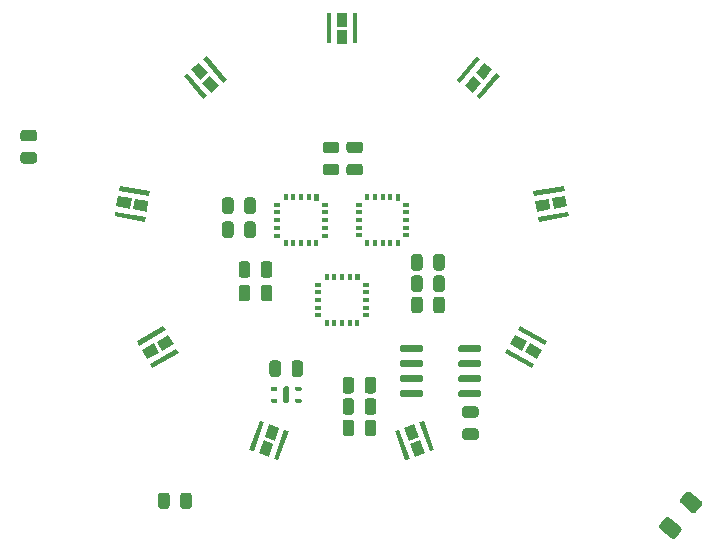
<source format=gbr>
%TF.GenerationSoftware,KiCad,Pcbnew,5.1.6+dfsg1-1*%
%TF.CreationDate,2020-08-08T17:15:22+09:00*%
%TF.ProjectId,portable_spectro_sch,706f7274-6162-46c6-955f-737065637472,rev?*%
%TF.SameCoordinates,Original*%
%TF.FileFunction,Paste,Bot*%
%TF.FilePolarity,Positive*%
%FSLAX46Y46*%
G04 Gerber Fmt 4.6, Leading zero omitted, Abs format (unit mm)*
G04 Created by KiCad (PCBNEW 5.1.6+dfsg1-1) date 2020-08-08 17:15:22*
%MOMM*%
%LPD*%
G01*
G04 APERTURE LIST*
%ADD10C,0.100000*%
%ADD11R,0.900000X1.150000*%
%ADD12R,0.400000X2.600000*%
%ADD13R,0.400000X0.550000*%
%ADD14R,0.550000X0.400000*%
G04 APERTURE END LIST*
D10*
%TO.C,D3*%
G36*
X226848235Y-87704491D02*
G01*
X227241558Y-88785137D01*
X226395835Y-89092955D01*
X226002512Y-88012309D01*
X226848235Y-87704491D01*
G37*
G36*
X227344165Y-89067045D02*
G01*
X227737488Y-90147691D01*
X226891765Y-90455509D01*
X226498442Y-89374863D01*
X227344165Y-89067045D01*
G37*
G36*
X227646974Y-87413774D02*
G01*
X228536227Y-89856974D01*
X228160350Y-89993782D01*
X227271097Y-87550582D01*
X227646974Y-87413774D01*
G37*
G36*
X225579650Y-88166218D02*
G01*
X226468903Y-90609418D01*
X226093026Y-90746226D01*
X225203773Y-88303026D01*
X225579650Y-88166218D01*
G37*
%TD*%
%TO.C,D10*%
G36*
X209630904Y-59655112D02*
G01*
X208891698Y-58774161D01*
X209581138Y-58195652D01*
X210320344Y-59076603D01*
X209630904Y-59655112D01*
G37*
G36*
X208698862Y-58544348D02*
G01*
X207959656Y-57663397D01*
X208649096Y-57084888D01*
X209388302Y-57965839D01*
X208698862Y-58544348D01*
G37*
G36*
X208979766Y-60201481D02*
G01*
X207308518Y-58209766D01*
X207614936Y-57952651D01*
X209286184Y-59944366D01*
X208979766Y-60201481D01*
G37*
G36*
X210665064Y-58787349D02*
G01*
X208993816Y-56795634D01*
X209300234Y-56538519D01*
X210971482Y-58530234D01*
X210665064Y-58787349D01*
G37*
%TD*%
%TO.C,D4*%
G36*
X237081608Y-68812579D02*
G01*
X238214137Y-68612884D01*
X238370420Y-69499211D01*
X237237891Y-69698906D01*
X237081608Y-68812579D01*
G37*
G36*
X238509580Y-68560789D02*
G01*
X239642109Y-68361094D01*
X239798392Y-69247421D01*
X238665863Y-69447116D01*
X238509580Y-68560789D01*
G37*
G36*
X236934007Y-67975492D02*
G01*
X239494507Y-67524007D01*
X239563967Y-67917930D01*
X237003467Y-68369415D01*
X236934007Y-67975492D01*
G37*
G36*
X237316033Y-70142070D02*
G01*
X239876533Y-69690585D01*
X239945993Y-70084508D01*
X237385493Y-70535993D01*
X237316033Y-70142070D01*
G37*
%TD*%
%TO.C,D7*%
G36*
X231099656Y-59076603D02*
G01*
X231838862Y-58195652D01*
X232528302Y-58774161D01*
X231789096Y-59655112D01*
X231099656Y-59076603D01*
G37*
G36*
X232031698Y-57965839D02*
G01*
X232770904Y-57084888D01*
X233460344Y-57663397D01*
X232721138Y-58544348D01*
X232031698Y-57965839D01*
G37*
G36*
X230448518Y-58530234D02*
G01*
X232119766Y-56538519D01*
X232426184Y-56795634D01*
X230754936Y-58787349D01*
X230448518Y-58530234D01*
G37*
G36*
X232133816Y-59944366D02*
G01*
X233805064Y-57952651D01*
X234111482Y-58209766D01*
X232440234Y-60201481D01*
X232133816Y-59944366D01*
G37*
%TD*%
%TO.C,D5*%
G36*
X215420334Y-88007536D02*
G01*
X215027011Y-89088182D01*
X214181288Y-88780364D01*
X214574611Y-87699718D01*
X215420334Y-88007536D01*
G37*
G36*
X214924404Y-89370090D02*
G01*
X214531081Y-90450736D01*
X213685358Y-90142918D01*
X214078681Y-89062272D01*
X214924404Y-89370090D01*
G37*
G36*
X216219073Y-88298253D02*
G01*
X215329820Y-90741453D01*
X214953943Y-90604645D01*
X215843196Y-88161445D01*
X216219073Y-88298253D01*
G37*
G36*
X214151749Y-87545809D02*
G01*
X213262496Y-89989009D01*
X212886619Y-89852201D01*
X213775872Y-87409001D01*
X214151749Y-87545809D01*
G37*
%TD*%
%TO.C,D8*%
G36*
X204182109Y-69698906D02*
G01*
X203049580Y-69499211D01*
X203205863Y-68612884D01*
X204338392Y-68812579D01*
X204182109Y-69698906D01*
G37*
G36*
X202754137Y-69447116D02*
G01*
X201621608Y-69247421D01*
X201777891Y-68361094D01*
X202910420Y-68560789D01*
X202754137Y-69447116D01*
G37*
G36*
X204034507Y-70535993D02*
G01*
X201474007Y-70084508D01*
X201543467Y-69690585D01*
X204103967Y-70142070D01*
X204034507Y-70535993D01*
G37*
G36*
X204416533Y-68369415D02*
G01*
X201856033Y-67917930D01*
X201925493Y-67524007D01*
X204485993Y-67975492D01*
X204416533Y-68369415D01*
G37*
%TD*%
%TO.C,D2*%
G36*
X235401299Y-80117789D02*
G01*
X236397229Y-80692789D01*
X235947229Y-81472211D01*
X234951299Y-80897211D01*
X235401299Y-80117789D01*
G37*
G36*
X236657035Y-80842789D02*
G01*
X237652965Y-81417789D01*
X237202965Y-82197211D01*
X236207035Y-81622211D01*
X236657035Y-80842789D01*
G37*
G36*
X235826299Y-79381667D02*
G01*
X238077965Y-80681667D01*
X237877965Y-81028077D01*
X235626299Y-79728077D01*
X235826299Y-79381667D01*
G37*
G36*
X234726299Y-81286923D02*
G01*
X236977965Y-82586923D01*
X236777965Y-82933333D01*
X234526299Y-81633333D01*
X234726299Y-81286923D01*
G37*
%TD*%
D11*
%TO.C,D9*%
X220710000Y-54885000D03*
X220710000Y-53435000D03*
D12*
X219610000Y-54160000D03*
X221810000Y-54160000D03*
%TD*%
D10*
%TO.C,D6*%
G36*
X206470833Y-80902339D02*
G01*
X205474903Y-81477339D01*
X205024903Y-80697917D01*
X206020833Y-80122917D01*
X206470833Y-80902339D01*
G37*
G36*
X205215097Y-81627339D02*
G01*
X204219167Y-82202339D01*
X203769167Y-81422917D01*
X204765097Y-80847917D01*
X205215097Y-81627339D01*
G37*
G36*
X206895833Y-81638461D02*
G01*
X204644167Y-82938461D01*
X204444167Y-82592051D01*
X206695833Y-81292051D01*
X206895833Y-81638461D01*
G37*
G36*
X205795833Y-79733205D02*
G01*
X203544167Y-81033205D01*
X203344167Y-80686795D01*
X205595833Y-79386795D01*
X205795833Y-79733205D01*
G37*
%TD*%
%TO.C,C25*%
G36*
G01*
X232056250Y-89025000D02*
X231143750Y-89025000D01*
G75*
G02*
X230900000Y-88781250I0J243750D01*
G01*
X230900000Y-88293750D01*
G75*
G02*
X231143750Y-88050000I243750J0D01*
G01*
X232056250Y-88050000D01*
G75*
G02*
X232300000Y-88293750I0J-243750D01*
G01*
X232300000Y-88781250D01*
G75*
G02*
X232056250Y-89025000I-243750J0D01*
G01*
G37*
G36*
G01*
X232056250Y-87150000D02*
X231143750Y-87150000D01*
G75*
G02*
X230900000Y-86906250I0J243750D01*
G01*
X230900000Y-86418750D01*
G75*
G02*
X231143750Y-86175000I243750J0D01*
G01*
X232056250Y-86175000D01*
G75*
G02*
X232300000Y-86418750I0J-243750D01*
G01*
X232300000Y-86906250D01*
G75*
G02*
X232056250Y-87150000I-243750J0D01*
G01*
G37*
%TD*%
%TO.C,R22*%
G36*
G01*
X222650000Y-88456250D02*
X222650000Y-87543750D01*
G75*
G02*
X222893750Y-87300000I243750J0D01*
G01*
X223381250Y-87300000D01*
G75*
G02*
X223625000Y-87543750I0J-243750D01*
G01*
X223625000Y-88456250D01*
G75*
G02*
X223381250Y-88700000I-243750J0D01*
G01*
X222893750Y-88700000D01*
G75*
G02*
X222650000Y-88456250I0J243750D01*
G01*
G37*
G36*
G01*
X220775000Y-88456250D02*
X220775000Y-87543750D01*
G75*
G02*
X221018750Y-87300000I243750J0D01*
G01*
X221506250Y-87300000D01*
G75*
G02*
X221750000Y-87543750I0J-243750D01*
G01*
X221750000Y-88456250D01*
G75*
G02*
X221506250Y-88700000I-243750J0D01*
G01*
X221018750Y-88700000D01*
G75*
G02*
X220775000Y-88456250I0J243750D01*
G01*
G37*
%TD*%
%TO.C,U9*%
G36*
X225660000Y-68210000D02*
G01*
X225660000Y-68760000D01*
X225260000Y-68760000D01*
X225260000Y-68210000D01*
X225660000Y-68210000D01*
G37*
D13*
X224810000Y-68485000D03*
X224160000Y-68485000D03*
X223510000Y-68485000D03*
X222860000Y-68485000D03*
D14*
X222135000Y-69110000D03*
X222135000Y-69760000D03*
X222135000Y-70410000D03*
X222135000Y-71060000D03*
X222135000Y-71710000D03*
D13*
X222860000Y-72335000D03*
X223510000Y-72335000D03*
X224160000Y-72335000D03*
X224810000Y-72335000D03*
X225460000Y-72335000D03*
D14*
X226185000Y-71710000D03*
X226185000Y-71060000D03*
X226185000Y-70410000D03*
X226185000Y-69760000D03*
X226185000Y-69110000D03*
%TD*%
%TO.C,C17*%
G36*
G01*
X214825000Y-76143750D02*
X214825000Y-77056250D01*
G75*
G02*
X214581250Y-77300000I-243750J0D01*
G01*
X214093750Y-77300000D01*
G75*
G02*
X213850000Y-77056250I0J243750D01*
G01*
X213850000Y-76143750D01*
G75*
G02*
X214093750Y-75900000I243750J0D01*
G01*
X214581250Y-75900000D01*
G75*
G02*
X214825000Y-76143750I0J-243750D01*
G01*
G37*
G36*
G01*
X212950000Y-76143750D02*
X212950000Y-77056250D01*
G75*
G02*
X212706250Y-77300000I-243750J0D01*
G01*
X212218750Y-77300000D01*
G75*
G02*
X211975000Y-77056250I0J243750D01*
G01*
X211975000Y-76143750D01*
G75*
G02*
X212218750Y-75900000I243750J0D01*
G01*
X212706250Y-75900000D01*
G75*
G02*
X212950000Y-76143750I0J-243750D01*
G01*
G37*
%TD*%
%TO.C,C18*%
G36*
G01*
X212950000Y-74143750D02*
X212950000Y-75056250D01*
G75*
G02*
X212706250Y-75300000I-243750J0D01*
G01*
X212218750Y-75300000D01*
G75*
G02*
X211975000Y-75056250I0J243750D01*
G01*
X211975000Y-74143750D01*
G75*
G02*
X212218750Y-73900000I243750J0D01*
G01*
X212706250Y-73900000D01*
G75*
G02*
X212950000Y-74143750I0J-243750D01*
G01*
G37*
G36*
G01*
X214825000Y-74143750D02*
X214825000Y-75056250D01*
G75*
G02*
X214581250Y-75300000I-243750J0D01*
G01*
X214093750Y-75300000D01*
G75*
G02*
X213850000Y-75056250I0J243750D01*
G01*
X213850000Y-74143750D01*
G75*
G02*
X214093750Y-73900000I243750J0D01*
G01*
X214581250Y-73900000D01*
G75*
G02*
X214825000Y-74143750I0J-243750D01*
G01*
G37*
%TD*%
%TO.C,C19*%
G36*
G01*
X222256250Y-64750000D02*
X221343750Y-64750000D01*
G75*
G02*
X221100000Y-64506250I0J243750D01*
G01*
X221100000Y-64018750D01*
G75*
G02*
X221343750Y-63775000I243750J0D01*
G01*
X222256250Y-63775000D01*
G75*
G02*
X222500000Y-64018750I0J-243750D01*
G01*
X222500000Y-64506250D01*
G75*
G02*
X222256250Y-64750000I-243750J0D01*
G01*
G37*
G36*
G01*
X222256250Y-66625000D02*
X221343750Y-66625000D01*
G75*
G02*
X221100000Y-66381250I0J243750D01*
G01*
X221100000Y-65893750D01*
G75*
G02*
X221343750Y-65650000I243750J0D01*
G01*
X222256250Y-65650000D01*
G75*
G02*
X222500000Y-65893750I0J-243750D01*
G01*
X222500000Y-66381250D01*
G75*
G02*
X222256250Y-66625000I-243750J0D01*
G01*
G37*
%TD*%
%TO.C,C20*%
G36*
G01*
X220256250Y-66625000D02*
X219343750Y-66625000D01*
G75*
G02*
X219100000Y-66381250I0J243750D01*
G01*
X219100000Y-65893750D01*
G75*
G02*
X219343750Y-65650000I243750J0D01*
G01*
X220256250Y-65650000D01*
G75*
G02*
X220500000Y-65893750I0J-243750D01*
G01*
X220500000Y-66381250D01*
G75*
G02*
X220256250Y-66625000I-243750J0D01*
G01*
G37*
G36*
G01*
X220256250Y-64750000D02*
X219343750Y-64750000D01*
G75*
G02*
X219100000Y-64506250I0J243750D01*
G01*
X219100000Y-64018750D01*
G75*
G02*
X219343750Y-63775000I243750J0D01*
G01*
X220256250Y-63775000D01*
G75*
G02*
X220500000Y-64018750I0J-243750D01*
G01*
X220500000Y-64506250D01*
G75*
G02*
X220256250Y-64750000I-243750J0D01*
G01*
G37*
%TD*%
%TO.C,C21*%
G36*
G01*
X213425000Y-70763750D02*
X213425000Y-71676250D01*
G75*
G02*
X213181250Y-71920000I-243750J0D01*
G01*
X212693750Y-71920000D01*
G75*
G02*
X212450000Y-71676250I0J243750D01*
G01*
X212450000Y-70763750D01*
G75*
G02*
X212693750Y-70520000I243750J0D01*
G01*
X213181250Y-70520000D01*
G75*
G02*
X213425000Y-70763750I0J-243750D01*
G01*
G37*
G36*
G01*
X211550000Y-70763750D02*
X211550000Y-71676250D01*
G75*
G02*
X211306250Y-71920000I-243750J0D01*
G01*
X210818750Y-71920000D01*
G75*
G02*
X210575000Y-71676250I0J243750D01*
G01*
X210575000Y-70763750D01*
G75*
G02*
X210818750Y-70520000I243750J0D01*
G01*
X211306250Y-70520000D01*
G75*
G02*
X211550000Y-70763750I0J-243750D01*
G01*
G37*
%TD*%
%TO.C,C22*%
G36*
G01*
X211550000Y-68743750D02*
X211550000Y-69656250D01*
G75*
G02*
X211306250Y-69900000I-243750J0D01*
G01*
X210818750Y-69900000D01*
G75*
G02*
X210575000Y-69656250I0J243750D01*
G01*
X210575000Y-68743750D01*
G75*
G02*
X210818750Y-68500000I243750J0D01*
G01*
X211306250Y-68500000D01*
G75*
G02*
X211550000Y-68743750I0J-243750D01*
G01*
G37*
G36*
G01*
X213425000Y-68743750D02*
X213425000Y-69656250D01*
G75*
G02*
X213181250Y-69900000I-243750J0D01*
G01*
X212693750Y-69900000D01*
G75*
G02*
X212450000Y-69656250I0J243750D01*
G01*
X212450000Y-68743750D01*
G75*
G02*
X212693750Y-68500000I243750J0D01*
G01*
X213181250Y-68500000D01*
G75*
G02*
X213425000Y-68743750I0J-243750D01*
G01*
G37*
%TD*%
%TO.C,C38*%
G36*
G01*
X248611342Y-97367045D02*
X247639910Y-96580394D01*
G75*
G02*
X247602954Y-96228778I157330J194286D01*
G01*
X248074944Y-95645919D01*
G75*
G02*
X248426560Y-95608963I194286J-157330D01*
G01*
X249397992Y-96395614D01*
G75*
G02*
X249434948Y-96747230I-157330J-194286D01*
G01*
X248962958Y-97330089D01*
G75*
G02*
X248611342Y-97367045I-194286J157330D01*
G01*
G37*
G36*
G01*
X250373440Y-95191037D02*
X249402008Y-94404386D01*
G75*
G02*
X249365052Y-94052770I157330J194286D01*
G01*
X249837042Y-93469911D01*
G75*
G02*
X250188658Y-93432955I194286J-157330D01*
G01*
X251160090Y-94219606D01*
G75*
G02*
X251197046Y-94571222I-157330J-194286D01*
G01*
X250725056Y-95154081D01*
G75*
G02*
X250373440Y-95191037I-194286J157330D01*
G01*
G37*
%TD*%
%TO.C,R28*%
G36*
G01*
X194656250Y-65625000D02*
X193743750Y-65625000D01*
G75*
G02*
X193500000Y-65381250I0J243750D01*
G01*
X193500000Y-64893750D01*
G75*
G02*
X193743750Y-64650000I243750J0D01*
G01*
X194656250Y-64650000D01*
G75*
G02*
X194900000Y-64893750I0J-243750D01*
G01*
X194900000Y-65381250D01*
G75*
G02*
X194656250Y-65625000I-243750J0D01*
G01*
G37*
G36*
G01*
X194656250Y-63750000D02*
X193743750Y-63750000D01*
G75*
G02*
X193500000Y-63506250I0J243750D01*
G01*
X193500000Y-63018750D01*
G75*
G02*
X193743750Y-62775000I243750J0D01*
G01*
X194656250Y-62775000D01*
G75*
G02*
X194900000Y-63018750I0J-243750D01*
G01*
X194900000Y-63506250D01*
G75*
G02*
X194656250Y-63750000I-243750J0D01*
G01*
G37*
%TD*%
%TO.C,R16*%
G36*
G01*
X223625000Y-83943750D02*
X223625000Y-84856250D01*
G75*
G02*
X223381250Y-85100000I-243750J0D01*
G01*
X222893750Y-85100000D01*
G75*
G02*
X222650000Y-84856250I0J243750D01*
G01*
X222650000Y-83943750D01*
G75*
G02*
X222893750Y-83700000I243750J0D01*
G01*
X223381250Y-83700000D01*
G75*
G02*
X223625000Y-83943750I0J-243750D01*
G01*
G37*
G36*
G01*
X221750000Y-83943750D02*
X221750000Y-84856250D01*
G75*
G02*
X221506250Y-85100000I-243750J0D01*
G01*
X221018750Y-85100000D01*
G75*
G02*
X220775000Y-84856250I0J243750D01*
G01*
X220775000Y-83943750D01*
G75*
G02*
X221018750Y-83700000I243750J0D01*
G01*
X221506250Y-83700000D01*
G75*
G02*
X221750000Y-83943750I0J-243750D01*
G01*
G37*
%TD*%
%TO.C,R21*%
G36*
G01*
X220775000Y-86656250D02*
X220775000Y-85743750D01*
G75*
G02*
X221018750Y-85500000I243750J0D01*
G01*
X221506250Y-85500000D01*
G75*
G02*
X221750000Y-85743750I0J-243750D01*
G01*
X221750000Y-86656250D01*
G75*
G02*
X221506250Y-86900000I-243750J0D01*
G01*
X221018750Y-86900000D01*
G75*
G02*
X220775000Y-86656250I0J243750D01*
G01*
G37*
G36*
G01*
X222650000Y-86656250D02*
X222650000Y-85743750D01*
G75*
G02*
X222893750Y-85500000I243750J0D01*
G01*
X223381250Y-85500000D01*
G75*
G02*
X223625000Y-85743750I0J-243750D01*
G01*
X223625000Y-86656250D01*
G75*
G02*
X223381250Y-86900000I-243750J0D01*
G01*
X222893750Y-86900000D01*
G75*
G02*
X222650000Y-86656250I0J243750D01*
G01*
G37*
%TD*%
%TO.C,R23*%
G36*
G01*
X226575000Y-76256250D02*
X226575000Y-75343750D01*
G75*
G02*
X226818750Y-75100000I243750J0D01*
G01*
X227306250Y-75100000D01*
G75*
G02*
X227550000Y-75343750I0J-243750D01*
G01*
X227550000Y-76256250D01*
G75*
G02*
X227306250Y-76500000I-243750J0D01*
G01*
X226818750Y-76500000D01*
G75*
G02*
X226575000Y-76256250I0J243750D01*
G01*
G37*
G36*
G01*
X228450000Y-76256250D02*
X228450000Y-75343750D01*
G75*
G02*
X228693750Y-75100000I243750J0D01*
G01*
X229181250Y-75100000D01*
G75*
G02*
X229425000Y-75343750I0J-243750D01*
G01*
X229425000Y-76256250D01*
G75*
G02*
X229181250Y-76500000I-243750J0D01*
G01*
X228693750Y-76500000D01*
G75*
G02*
X228450000Y-76256250I0J243750D01*
G01*
G37*
%TD*%
%TO.C,R24*%
G36*
G01*
X228450000Y-74456250D02*
X228450000Y-73543750D01*
G75*
G02*
X228693750Y-73300000I243750J0D01*
G01*
X229181250Y-73300000D01*
G75*
G02*
X229425000Y-73543750I0J-243750D01*
G01*
X229425000Y-74456250D01*
G75*
G02*
X229181250Y-74700000I-243750J0D01*
G01*
X228693750Y-74700000D01*
G75*
G02*
X228450000Y-74456250I0J243750D01*
G01*
G37*
G36*
G01*
X226575000Y-74456250D02*
X226575000Y-73543750D01*
G75*
G02*
X226818750Y-73300000I243750J0D01*
G01*
X227306250Y-73300000D01*
G75*
G02*
X227550000Y-73543750I0J-243750D01*
G01*
X227550000Y-74456250D01*
G75*
G02*
X227306250Y-74700000I-243750J0D01*
G01*
X226818750Y-74700000D01*
G75*
G02*
X226575000Y-74456250I0J243750D01*
G01*
G37*
%TD*%
%TO.C,R25*%
G36*
G01*
X228450000Y-78056250D02*
X228450000Y-77143750D01*
G75*
G02*
X228693750Y-76900000I243750J0D01*
G01*
X229181250Y-76900000D01*
G75*
G02*
X229425000Y-77143750I0J-243750D01*
G01*
X229425000Y-78056250D01*
G75*
G02*
X229181250Y-78300000I-243750J0D01*
G01*
X228693750Y-78300000D01*
G75*
G02*
X228450000Y-78056250I0J243750D01*
G01*
G37*
G36*
G01*
X226575000Y-78056250D02*
X226575000Y-77143750D01*
G75*
G02*
X226818750Y-76900000I243750J0D01*
G01*
X227306250Y-76900000D01*
G75*
G02*
X227550000Y-77143750I0J-243750D01*
G01*
X227550000Y-78056250D01*
G75*
G02*
X227306250Y-78300000I-243750J0D01*
G01*
X226818750Y-78300000D01*
G75*
G02*
X226575000Y-78056250I0J243750D01*
G01*
G37*
%TD*%
%TO.C,R27*%
G36*
G01*
X205155000Y-94636250D02*
X205155000Y-93723750D01*
G75*
G02*
X205398750Y-93480000I243750J0D01*
G01*
X205886250Y-93480000D01*
G75*
G02*
X206130000Y-93723750I0J-243750D01*
G01*
X206130000Y-94636250D01*
G75*
G02*
X205886250Y-94880000I-243750J0D01*
G01*
X205398750Y-94880000D01*
G75*
G02*
X205155000Y-94636250I0J243750D01*
G01*
G37*
G36*
G01*
X207030000Y-94636250D02*
X207030000Y-93723750D01*
G75*
G02*
X207273750Y-93480000I243750J0D01*
G01*
X207761250Y-93480000D01*
G75*
G02*
X208005000Y-93723750I0J-243750D01*
G01*
X208005000Y-94636250D01*
G75*
G02*
X207761250Y-94880000I-243750J0D01*
G01*
X207273750Y-94880000D01*
G75*
G02*
X207030000Y-94636250I0J243750D01*
G01*
G37*
%TD*%
%TO.C,U12*%
G36*
G01*
X225620000Y-85255000D02*
X225620000Y-84955000D01*
G75*
G02*
X225770000Y-84805000I150000J0D01*
G01*
X227420000Y-84805000D01*
G75*
G02*
X227570000Y-84955000I0J-150000D01*
G01*
X227570000Y-85255000D01*
G75*
G02*
X227420000Y-85405000I-150000J0D01*
G01*
X225770000Y-85405000D01*
G75*
G02*
X225620000Y-85255000I0J150000D01*
G01*
G37*
G36*
G01*
X225620000Y-83985000D02*
X225620000Y-83685000D01*
G75*
G02*
X225770000Y-83535000I150000J0D01*
G01*
X227420000Y-83535000D01*
G75*
G02*
X227570000Y-83685000I0J-150000D01*
G01*
X227570000Y-83985000D01*
G75*
G02*
X227420000Y-84135000I-150000J0D01*
G01*
X225770000Y-84135000D01*
G75*
G02*
X225620000Y-83985000I0J150000D01*
G01*
G37*
G36*
G01*
X225620000Y-82715000D02*
X225620000Y-82415000D01*
G75*
G02*
X225770000Y-82265000I150000J0D01*
G01*
X227420000Y-82265000D01*
G75*
G02*
X227570000Y-82415000I0J-150000D01*
G01*
X227570000Y-82715000D01*
G75*
G02*
X227420000Y-82865000I-150000J0D01*
G01*
X225770000Y-82865000D01*
G75*
G02*
X225620000Y-82715000I0J150000D01*
G01*
G37*
G36*
G01*
X225620000Y-81445000D02*
X225620000Y-81145000D01*
G75*
G02*
X225770000Y-80995000I150000J0D01*
G01*
X227420000Y-80995000D01*
G75*
G02*
X227570000Y-81145000I0J-150000D01*
G01*
X227570000Y-81445000D01*
G75*
G02*
X227420000Y-81595000I-150000J0D01*
G01*
X225770000Y-81595000D01*
G75*
G02*
X225620000Y-81445000I0J150000D01*
G01*
G37*
G36*
G01*
X230570000Y-81445000D02*
X230570000Y-81145000D01*
G75*
G02*
X230720000Y-80995000I150000J0D01*
G01*
X232370000Y-80995000D01*
G75*
G02*
X232520000Y-81145000I0J-150000D01*
G01*
X232520000Y-81445000D01*
G75*
G02*
X232370000Y-81595000I-150000J0D01*
G01*
X230720000Y-81595000D01*
G75*
G02*
X230570000Y-81445000I0J150000D01*
G01*
G37*
G36*
G01*
X230570000Y-82715000D02*
X230570000Y-82415000D01*
G75*
G02*
X230720000Y-82265000I150000J0D01*
G01*
X232370000Y-82265000D01*
G75*
G02*
X232520000Y-82415000I0J-150000D01*
G01*
X232520000Y-82715000D01*
G75*
G02*
X232370000Y-82865000I-150000J0D01*
G01*
X230720000Y-82865000D01*
G75*
G02*
X230570000Y-82715000I0J150000D01*
G01*
G37*
G36*
G01*
X230570000Y-83985000D02*
X230570000Y-83685000D01*
G75*
G02*
X230720000Y-83535000I150000J0D01*
G01*
X232370000Y-83535000D01*
G75*
G02*
X232520000Y-83685000I0J-150000D01*
G01*
X232520000Y-83985000D01*
G75*
G02*
X232370000Y-84135000I-150000J0D01*
G01*
X230720000Y-84135000D01*
G75*
G02*
X230570000Y-83985000I0J150000D01*
G01*
G37*
G36*
G01*
X230570000Y-85255000D02*
X230570000Y-84955000D01*
G75*
G02*
X230720000Y-84805000I150000J0D01*
G01*
X232370000Y-84805000D01*
G75*
G02*
X232520000Y-84955000I0J-150000D01*
G01*
X232520000Y-85255000D01*
G75*
G02*
X232370000Y-85405000I-150000J0D01*
G01*
X230720000Y-85405000D01*
G75*
G02*
X230570000Y-85255000I0J150000D01*
G01*
G37*
%TD*%
%TO.C,U8*%
X222745000Y-75870000D03*
X222745000Y-76520000D03*
X222745000Y-77170000D03*
X222745000Y-77820000D03*
X222745000Y-78470000D03*
D13*
X222020000Y-79095000D03*
X221370000Y-79095000D03*
X220720000Y-79095000D03*
X220070000Y-79095000D03*
X219420000Y-79095000D03*
D14*
X218695000Y-78470000D03*
X218695000Y-77820000D03*
X218695000Y-77170000D03*
X218695000Y-76520000D03*
X218695000Y-75870000D03*
D13*
X219420000Y-75245000D03*
X220070000Y-75245000D03*
X220720000Y-75245000D03*
X221370000Y-75245000D03*
D10*
G36*
X222220000Y-74970000D02*
G01*
X222220000Y-75520000D01*
X221820000Y-75520000D01*
X221820000Y-74970000D01*
X222220000Y-74970000D01*
G37*
%TD*%
D14*
%TO.C,U10*%
X219275000Y-69120000D03*
X219275000Y-69770000D03*
X219275000Y-70420000D03*
X219275000Y-71070000D03*
X219275000Y-71720000D03*
D13*
X218550000Y-72345000D03*
X217900000Y-72345000D03*
X217250000Y-72345000D03*
X216600000Y-72345000D03*
X215950000Y-72345000D03*
D14*
X215225000Y-71720000D03*
X215225000Y-71070000D03*
X215225000Y-70420000D03*
X215225000Y-69770000D03*
X215225000Y-69120000D03*
D13*
X215950000Y-68495000D03*
X216600000Y-68495000D03*
X217250000Y-68495000D03*
X217900000Y-68495000D03*
D10*
G36*
X218750000Y-68220000D02*
G01*
X218750000Y-68770000D01*
X218350000Y-68770000D01*
X218350000Y-68220000D01*
X218750000Y-68220000D01*
G37*
%TD*%
%TO.C,C14*%
G36*
G01*
X217425000Y-82543750D02*
X217425000Y-83456250D01*
G75*
G02*
X217181250Y-83700000I-243750J0D01*
G01*
X216693750Y-83700000D01*
G75*
G02*
X216450000Y-83456250I0J243750D01*
G01*
X216450000Y-82543750D01*
G75*
G02*
X216693750Y-82300000I243750J0D01*
G01*
X217181250Y-82300000D01*
G75*
G02*
X217425000Y-82543750I0J-243750D01*
G01*
G37*
G36*
G01*
X215550000Y-82543750D02*
X215550000Y-83456250D01*
G75*
G02*
X215306250Y-83700000I-243750J0D01*
G01*
X214818750Y-83700000D01*
G75*
G02*
X214575000Y-83456250I0J243750D01*
G01*
X214575000Y-82543750D01*
G75*
G02*
X214818750Y-82300000I243750J0D01*
G01*
X215306250Y-82300000D01*
G75*
G02*
X215550000Y-82543750I0J-243750D01*
G01*
G37*
%TD*%
%TO.C,U6*%
G36*
G01*
X217300000Y-84612500D02*
X217300000Y-84787500D01*
G75*
G02*
X217212500Y-84875000I-87500J0D01*
G01*
X216837500Y-84875000D01*
G75*
G02*
X216750000Y-84787500I0J87500D01*
G01*
X216750000Y-84612500D01*
G75*
G02*
X216837500Y-84525000I87500J0D01*
G01*
X217212500Y-84525000D01*
G75*
G02*
X217300000Y-84612500I0J-87500D01*
G01*
G37*
G36*
G01*
X217300000Y-85612500D02*
X217300000Y-85787500D01*
G75*
G02*
X217212500Y-85875000I-87500J0D01*
G01*
X216837500Y-85875000D01*
G75*
G02*
X216750000Y-85787500I0J87500D01*
G01*
X216750000Y-85612500D01*
G75*
G02*
X216837500Y-85525000I87500J0D01*
G01*
X217212500Y-85525000D01*
G75*
G02*
X217300000Y-85612500I0J-87500D01*
G01*
G37*
G36*
G01*
X214700000Y-85787500D02*
X214700000Y-85612500D01*
G75*
G02*
X214787500Y-85525000I87500J0D01*
G01*
X215162500Y-85525000D01*
G75*
G02*
X215250000Y-85612500I0J-87500D01*
G01*
X215250000Y-85787500D01*
G75*
G02*
X215162500Y-85875000I-87500J0D01*
G01*
X214787500Y-85875000D01*
G75*
G02*
X214700000Y-85787500I0J87500D01*
G01*
G37*
G36*
G01*
X214700000Y-84787500D02*
X214700000Y-84612500D01*
G75*
G02*
X214787500Y-84525000I87500J0D01*
G01*
X215162500Y-84525000D01*
G75*
G02*
X215250000Y-84612500I0J-87500D01*
G01*
X215250000Y-84787500D01*
G75*
G02*
X215162500Y-84875000I-87500J0D01*
G01*
X214787500Y-84875000D01*
G75*
G02*
X214700000Y-84787500I0J87500D01*
G01*
G37*
G36*
G01*
X216250000Y-84625000D02*
X216250000Y-85775000D01*
G75*
G02*
X216125000Y-85900000I-125000J0D01*
G01*
X215875000Y-85900000D01*
G75*
G02*
X215750000Y-85775000I0J125000D01*
G01*
X215750000Y-84625000D01*
G75*
G02*
X215875000Y-84500000I125000J0D01*
G01*
X216125000Y-84500000D01*
G75*
G02*
X216250000Y-84625000I0J-125000D01*
G01*
G37*
%TD*%
M02*

</source>
